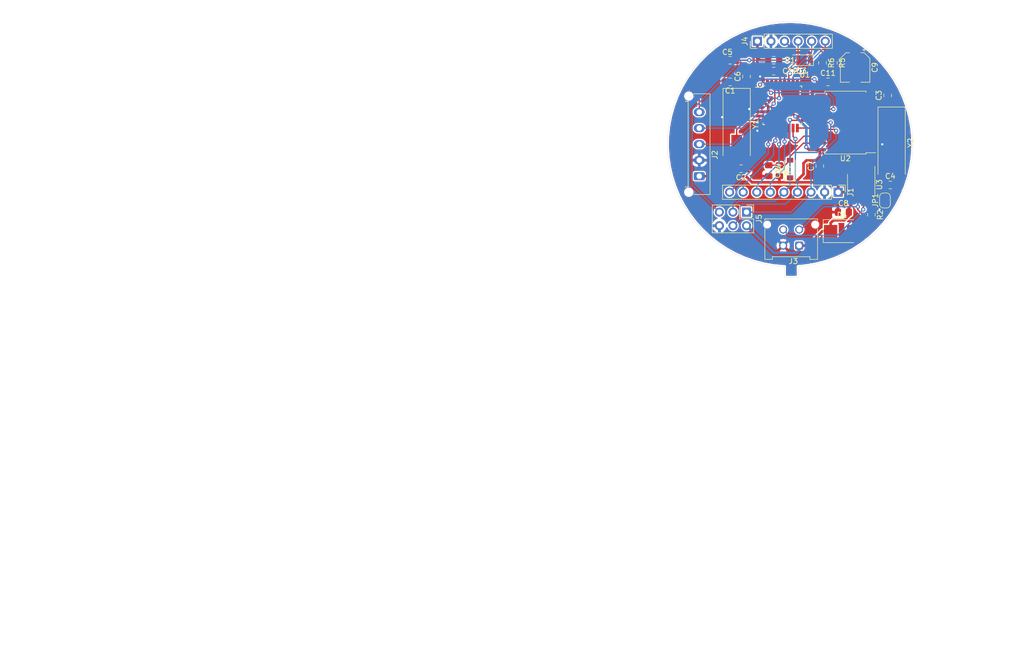
<source format=kicad_pcb>
(kicad_pcb (version 20171130) (host pcbnew "(5.1.6-0-10_14)")
  (layers (0 F.Cu signal) (31 B.Cu signal) (34 B.Paste user) (35 F.Paste user) (36 B.SilkS user) (37 F.SilkS user) (38 B.Mask user) (39 F.Mask user) (44 Edge.Cuts user))
  (net 0 "")
  (net 1 "Net-(U2-Pad2)")
  (net 2 "Net-(U2-Pad1)")
  (net 3 "Net-(C1-Pad2)")
  (net 4 GND)
  (net 5 "Net-(C2-Pad2)")
  (net 6 "Net-(C3-Pad1)")
  (net 7 "Net-(C4-Pad1)")
  (net 8 D6)
  (net 9 D7)
  (net 10 SCK)
  (net 11 MOSI)
  (net 12 MISO)
  (net 13 +5V)
  (net 14 CAN_H)
  (net 15 "Net-(JP1-Pad1)")
  (net 16 RESET)
  (net 17 CAN_L)
  (net 18 D2)
  (net 19 TXD)
  (net 20 RXD)
  (net 21 SCL)
  (net 22 SDA)
  (net 23 A3)
  (net 24 SS)
  (net 25 D9)
  (net 26 D8)
  (net 27 D3)
  (net 28 "Net-(C5-Pad1)")
  (net 29 KEY)
  (net 30 "Net-(C14-Pad1)")
  (module Diode_SMD:D_SMB (layer F.Cu) (at 166.742 108.204)
    (fp_text reference D1 (at 0 -3) (layer F.SilkS))
    (fp_text value D_TVS)
    (pad 2 smd rect (at 2.15 0) (size 2.5 2.3) (layers F.Cu F.Paste F.Mask) (net 4 GND))
    (pad 1 smd rect (at -2.15 0) (size 2.5 2.3) (layers F.Cu F.Paste F.Mask) (net 13 +5V))
  )
  (module Capacitor_SMD:CP_Elec_5x3.9 (layer F.Cu) (at 169.164 77.556 270)
    (fp_text reference C9 (at 0 -3.7 90) (layer F.SilkS))
    (fp_text value CP)
    (pad 2 smd roundrect (at 2.2 0 270) (size 3 1.6) (layers F.Cu F.Paste F.Mask) (roundrect_rratio 0.15625) (net 4 GND))
    (pad 1 smd roundrect (at -2.2 0 270) (size 3 1.6) (layers F.Cu F.Paste F.Mask) (roundrect_rratio 0.15625) (net 13 +5V))
  )
  (module Connector_PinHeader_2.54mm:PinHeader_2x03_P2.54mm_Vertical (layer F.Cu) (at 148.844 104.648 270)
    (fp_text reference J5 (at 1.27 -2.33 90) (layer F.SilkS))
    (fp_text value AVR-ISP-6)
    (pad 6 thru_hole oval (at 2.54 5.08 270) (size 1.7 1.7) (drill 1) (layers *.Cu *.Mask) (net 4 GND))
    (pad 5 thru_hole oval (at 0 5.08 270) (size 1.7 1.7) (drill 1) (layers *.Cu *.Mask) (net 16 RESET))
    (pad 4 thru_hole oval (at 2.54 2.54 270) (size 1.7 1.7) (drill 1) (layers *.Cu *.Mask) (net 11 MOSI))
    (pad 3 thru_hole oval (at 0 2.54 270) (size 1.7 1.7) (drill 1) (layers *.Cu *.Mask) (net 10 SCK))
    (pad 2 thru_hole oval (at 2.54 0 270) (size 1.7 1.7) (drill 1) (layers *.Cu *.Mask) (net 13 +5V))
    (pad 1 thru_hole rect (at 0 0 270) (size 1.7 1.7) (drill 1) (layers *.Cu *.Mask) (net 12 MISO))
  )
  (module Connector_PinHeader_2.54mm:PinHeader_1x06_P2.54mm_Vertical (layer F.Cu) (at 150.876 72.644 90)
    (fp_text reference J4 (at 0 -2.33 90) (layer F.SilkS))
    (fp_text value Conn_01x06)
    (pad 6 thru_hole oval (at 0 12.7 90) (size 1.7 1.7) (drill 1) (layers *.Cu *.Mask) (net 23 A3))
    (pad 5 thru_hole oval (at 0 10.16 90) (size 1.7 1.7) (drill 1) (layers *.Cu *.Mask) (net 21 SCL))
    (pad 4 thru_hole oval (at 0 7.62 90) (size 1.7 1.7) (drill 1) (layers *.Cu *.Mask) (net 22 SDA))
    (pad 3 thru_hole oval (at 0 5.08 90) (size 1.7 1.7) (drill 1) (layers *.Cu *.Mask) (net 29 KEY))
    (pad 2 thru_hole oval (at 0 2.54 90) (size 1.7 1.7) (drill 1) (layers *.Cu *.Mask) (net 4 GND))
    (pad 1 thru_hole rect (at 0 0 90) (size 1.7 1.7) (drill 1) (layers *.Cu *.Mask) (net 13 +5V))
  )
  (module Connector_PinHeader_2.54mm:PinHeader_1x09_P2.54mm_Vertical (layer F.Cu) (at 166 100.92 270)
    (fp_text reference J1 (at 0 -2.33 90) (layer F.SilkS))
    (fp_text value Conn_01x09)
    (pad 9 thru_hole oval (at 0 20.32 270) (size 1.7 1.7) (drill 1) (layers *.Cu *.Mask) (net 8 D6))
    (pad 8 thru_hole oval (at 0 17.78 270) (size 1.7 1.7) (drill 1) (layers *.Cu *.Mask) (net 9 D7))
    (pad 7 thru_hole oval (at 0 15.24 270) (size 1.7 1.7) (drill 1) (layers *.Cu *.Mask) (net 26 D8))
    (pad 6 thru_hole oval (at 0 12.7 270) (size 1.7 1.7) (drill 1) (layers *.Cu *.Mask) (net 25 D9))
    (pad 5 thru_hole oval (at 0 10.16 270) (size 1.7 1.7) (drill 1) (layers *.Cu *.Mask) (net 10 SCK))
    (pad 4 thru_hole oval (at 0 7.62 270) (size 1.7 1.7) (drill 1) (layers *.Cu *.Mask) (net 11 MOSI))
    (pad 3 thru_hole oval (at 0 5.08 270) (size 1.7 1.7) (drill 1) (layers *.Cu *.Mask) (net 12 MISO))
    (pad 2 thru_hole oval (at 0 2.54 270) (size 1.7 1.7) (drill 1) (layers *.Cu *.Mask) (net 4 GND))
    (pad 1 thru_hole rect (at 0 0 270) (size 1.7 1.7) (drill 1) (layers *.Cu *.Mask) (net 13 +5V))
  )
  (module Resistor_SMD:R_0805_2012Metric_Pad1.15x1.40mm_HandSolder (layer F.Cu) (at 163.068 76.699 270)
    (fp_text reference R6 (at 0 -1.65 90) (layer F.SilkS))
    (fp_text value 1k)
    (pad 2 smd roundrect (at 1.025 0 270) (size 1.15 1.4) (layers F.Cu F.Paste F.Mask) (roundrect_rratio 0.217391) (net 13 +5V))
    (pad 1 smd roundrect (at -1.025 0 270) (size 1.15 1.4) (layers F.Cu F.Paste F.Mask) (roundrect_rratio 0.217391) (net 29 KEY))
  )
  (module Resistor_SMD:R_0805_2012Metric_Pad1.15x1.40mm_HandSolder (layer F.Cu) (at 165.1 76.699 270)
    (fp_text reference R5 (at 0 -1.65 90) (layer F.SilkS))
    (fp_text value 10k)
    (pad 2 smd roundrect (at 1.025 0 270) (size 1.15 1.4) (layers F.Cu F.Paste F.Mask) (roundrect_rratio 0.217391) (net 27 D3))
    (pad 1 smd roundrect (at -1.025 0 270) (size 1.15 1.4) (layers F.Cu F.Paste F.Mask) (roundrect_rratio 0.217391) (net 29 KEY))
  )
  (module Resistor_SMD:R_0805_2012Metric_Pad1.15x1.40mm_HandSolder (layer F.Cu) (at 155 96.895 270)
    (fp_text reference R4 (at 0 -1.65 90) (layer F.SilkS))
    (fp_text value 10k)
    (pad 2 smd roundrect (at 1.025 0 270) (size 1.15 1.4) (layers F.Cu F.Paste F.Mask) (roundrect_rratio 0.217391) (net 13 +5V))
    (pad 1 smd roundrect (at -1.025 0 270) (size 1.15 1.4) (layers F.Cu F.Paste F.Mask) (roundrect_rratio 0.217391) (net 30 "Net-(C14-Pad1)"))
  )
  (module Resistor_SMD:R_0805_2012Metric_Pad1.15x1.40mm_HandSolder (layer F.Cu) (at 172.212 105.147 270)
    (fp_text reference R2 (at 0 -1.65 90) (layer F.SilkS))
    (fp_text value 120)
    (pad 2 smd roundrect (at 1.025 0 270) (size 1.15 1.4) (layers F.Cu F.Paste F.Mask) (roundrect_rratio 0.217391) (net 15 "Net-(JP1-Pad1)"))
    (pad 1 smd roundrect (at -1.025 0 270) (size 1.15 1.4) (layers F.Cu F.Paste F.Mask) (roundrect_rratio 0.217391) (net 17 CAN_L))
  )
  (module Resistor_SMD:R_0805_2012Metric_Pad1.15x1.40mm_HandSolder (layer F.Cu) (at 153.933 76.2)
    (fp_text reference R1 (at 3.057 0) (layer F.SilkS))
    (fp_text value 10k)
    (pad 2 smd roundrect (at 1.025 0) (size 1.15 1.4) (layers F.Cu F.Paste F.Mask) (roundrect_rratio 0.217391) (net 16 RESET))
    (pad 1 smd roundrect (at -1.025 0) (size 1.15 1.4) (layers F.Cu F.Paste F.Mask) (roundrect_rratio 0.217391) (net 13 +5V))
  )
  (module Jumper:SolderJumper-2_P1.3mm_Open_RoundedPad1.0x1.5mm (layer F.Cu) (at 174.752 102.474 90)
    (fp_text reference JP1 (at 0 -1.8 90) (layer F.SilkS))
    (fp_text value Jumper_NC_Small)
    (pad 2 smd custom (at 0.65 0 90) (size 1 0.5) (layers F.Cu F.Mask) (net 14 CAN_H) (options (clearance outline) (anchor rect)) (primitives (gr_circle (center 0 0.25) (end 0.5 0.25) (width 0)) (gr_circle (center 0 -0.25) (end 0.5 -0.25) (width 0)) (gr_poly (pts (xy 0 -0.75) (xy -0.5 -0.75) (xy -0.5 0.75) (xy 0 0.75)) (width 0))))
    (pad 1 smd custom (at -0.65 0 90) (size 1 0.5) (layers F.Cu F.Mask) (net 15 "Net-(JP1-Pad1)") (options (clearance outline) (anchor rect)) (primitives (gr_circle (center 0 0.25) (end 0.5 0.25) (width 0)) (gr_circle (center 0 -0.25) (end 0.5 -0.25) (width 0)) (gr_poly (pts (xy 0 -0.75) (xy 0.5 -0.75) (xy 0.5 0.75) (xy 0 0.75)) (width 0))))
  )
  (module Diode_SMD:D_SOD-123 (layer F.Cu) (at 157 96.57 90)
    (fp_text reference D4 (at 0 -2 90) (layer F.SilkS))
    (fp_text value 1N5818)
    (pad 2 smd rect (at 1.65 0 90) (size 0.9 1.2) (layers F.Cu F.Paste F.Mask) (net 30 "Net-(C14-Pad1)"))
    (pad 1 smd rect (at -1.65 0 90) (size 0.9 1.2) (layers F.Cu F.Paste F.Mask) (net 13 +5V))
  )
  (module Diode_SMD:D_SOD-123 (layer F.Cu) (at 159.13 76.2 180)
    (fp_text reference D3 (at 0 -2) (layer F.SilkS))
    (fp_text value 1N5818)
    (pad 2 smd rect (at 1.65 0 180) (size 0.9 1.2) (layers F.Cu F.Paste F.Mask) (net 16 RESET))
    (pad 1 smd rect (at -1.65 0 180) (size 0.9 1.2) (layers F.Cu F.Paste F.Mask) (net 13 +5V))
  )
  (module Capacitor_SMD:C_0805_2012Metric_Pad1.15x1.40mm_HandSolder (layer F.Cu) (at 153 96.895 270)
    (fp_text reference C14 (at 0 -1.65 90) (layer F.SilkS))
    (fp_text value 4.7nF)
    (pad 2 smd roundrect (at 1.025 0 270) (size 1.15 1.4) (layers F.Cu F.Paste F.Mask) (roundrect_rratio 0.217391) (net 4 GND))
    (pad 1 smd roundrect (at -1.025 0 270) (size 1.15 1.4) (layers F.Cu F.Paste F.Mask) (roundrect_rratio 0.217391) (net 30 "Net-(C14-Pad1)"))
  )
  (module Capacitor_SMD:C_0805_2012Metric_Pad1.15x1.40mm_HandSolder (layer F.Cu) (at 153.933 78.232)
    (fp_text reference C12 (at 3.057 0) (layer F.SilkS))
    (fp_text value 4.7nF)
    (pad 2 smd roundrect (at 1.025 0) (size 1.15 1.4) (layers F.Cu F.Paste F.Mask) (roundrect_rratio 0.217391) (net 16 RESET))
    (pad 1 smd roundrect (at -1.025 0) (size 1.15 1.4) (layers F.Cu F.Paste F.Mask) (roundrect_rratio 0.217391) (net 4 GND))
  )
  (module Capacitor_SMD:C_0805_2012Metric_Pad1.15x1.40mm_HandSolder (layer F.Cu) (at 164.093 80.264)
    (fp_text reference C11 (at 0 -1.65) (layer F.SilkS))
    (fp_text value 100n)
    (pad 2 smd roundrect (at 1.025 0) (size 1.15 1.4) (layers F.Cu F.Paste F.Mask) (roundrect_rratio 0.217391) (net 4 GND))
    (pad 1 smd roundrect (at -1.025 0) (size 1.15 1.4) (layers F.Cu F.Paste F.Mask) (roundrect_rratio 0.217391) (net 27 D3))
  )
  (module Capacitor_SMD:C_0805_2012Metric_Pad1.15x1.40mm_HandSolder (layer F.Cu) (at 166.975 104.648)
    (fp_text reference C8 (at 0 -1.65) (layer F.SilkS))
    (fp_text value 100n)
    (pad 2 smd roundrect (at 1.025 0) (size 1.15 1.4) (layers F.Cu F.Paste F.Mask) (roundrect_rratio 0.217391) (net 13 +5V))
    (pad 1 smd roundrect (at -1.025 0) (size 1.15 1.4) (layers F.Cu F.Paste F.Mask) (roundrect_rratio 0.217391) (net 4 GND))
  )
  (module Capacitor_SMD:C_0805_2012Metric_Pad1.15x1.40mm_HandSolder (layer F.Cu) (at 162.56 96.003 90)
    (fp_text reference C7 (at 0 -1.65 90) (layer F.SilkS))
    (fp_text value 100n)
    (pad 2 smd roundrect (at 1.025 0 90) (size 1.15 1.4) (layers F.Cu F.Paste F.Mask) (roundrect_rratio 0.217391) (net 13 +5V))
    (pad 1 smd roundrect (at -1.025 0 90) (size 1.15 1.4) (layers F.Cu F.Paste F.Mask) (roundrect_rratio 0.217391) (net 4 GND))
  )
  (module Capacitor_SMD:C_0805_2012Metric_Pad1.15x1.40mm_HandSolder (layer F.Cu) (at 148.844 79.239 90)
    (fp_text reference C6 (at 0 -1.65 90) (layer F.SilkS))
    (fp_text value 100n)
    (pad 2 smd roundrect (at 1.025 0 90) (size 1.15 1.4) (layers F.Cu F.Paste F.Mask) (roundrect_rratio 0.217391) (net 4 GND))
    (pad 1 smd roundrect (at -1.025 0 90) (size 1.15 1.4) (layers F.Cu F.Paste F.Mask) (roundrect_rratio 0.217391) (net 13 +5V))
  )
  (module Capacitor_SMD:C_0805_2012Metric_Pad1.15x1.40mm_HandSolder (layer F.Cu) (at 145.787 76.2)
    (fp_text reference C5 (at -0.517 -1.524) (layer F.SilkS))
    (fp_text value 100n)
    (pad 2 smd roundrect (at 1.025 0) (size 1.15 1.4) (layers F.Cu F.Paste F.Mask) (roundrect_rratio 0.217391) (net 16 RESET))
    (pad 1 smd roundrect (at -1.025 0) (size 1.15 1.4) (layers F.Cu F.Paste F.Mask) (roundrect_rratio 0.217391) (net 28 "Net-(C5-Pad1)"))
  )
  (module Capacitor_SMD:C_0805_2012Metric_Pad1.15x1.40mm_HandSolder (layer F.Cu) (at 175.759 99.568)
    (fp_text reference C4 (at 0 -1.65) (layer F.SilkS))
    (fp_text value 22p)
    (pad 2 smd roundrect (at 1.025 0) (size 1.15 1.4) (layers F.Cu F.Paste F.Mask) (roundrect_rratio 0.217391) (net 4 GND))
    (pad 1 smd roundrect (at -1.025 0) (size 1.15 1.4) (layers F.Cu F.Paste F.Mask) (roundrect_rratio 0.217391) (net 7 "Net-(C4-Pad1)"))
  )
  (module Capacitor_SMD:C_0805_2012Metric_Pad1.15x1.40mm_HandSolder (layer F.Cu) (at 175.26 82.795 90)
    (fp_text reference C3 (at 0 -1.65 90) (layer F.SilkS))
    (fp_text value 22p)
    (pad 2 smd roundrect (at 1.025 0 90) (size 1.15 1.4) (layers F.Cu F.Paste F.Mask) (roundrect_rratio 0.217391) (net 4 GND))
    (pad 1 smd roundrect (at -1.025 0 90) (size 1.15 1.4) (layers F.Cu F.Paste F.Mask) (roundrect_rratio 0.217391) (net 6 "Net-(C3-Pad1)"))
  )
  (module Capacitor_SMD:C_0805_2012Metric_Pad1.15x1.40mm_HandSolder (layer F.Cu) (at 147.819 96.52 180)
    (fp_text reference C2 (at 0 -1.65) (layer F.SilkS))
    (fp_text value 22p)
    (pad 2 smd roundrect (at 1.025 0 180) (size 1.15 1.4) (layers F.Cu F.Paste F.Mask) (roundrect_rratio 0.217391) (net 5 "Net-(C2-Pad2)"))
    (pad 1 smd roundrect (at -1.025 0 180) (size 1.15 1.4) (layers F.Cu F.Paste F.Mask) (roundrect_rratio 0.217391) (net 4 GND))
  )
  (module Capacitor_SMD:C_0805_2012Metric_Pad1.15x1.40mm_HandSolder (layer F.Cu) (at 145.787 80.264 180)
    (fp_text reference C1 (at 0 -1.65) (layer F.SilkS))
    (fp_text value 22p)
    (pad 2 smd roundrect (at 1.025 0 180) (size 1.15 1.4) (layers F.Cu F.Paste F.Mask) (roundrect_rratio 0.217391) (net 3 "Net-(C1-Pad2)"))
    (pad 1 smd roundrect (at -1.025 0 180) (size 1.15 1.4) (layers F.Cu F.Paste F.Mask) (roundrect_rratio 0.217391) (net 4 GND))
  )
  (module Package_SO:SOIC-8_3.9x4.9mm_P1.27mm (layer F.Cu) (at 170.307 99.503 270)
    (fp_text reference U3 (at 0 -3.4 90) (layer F.SilkS))
    (fp_text value MCP2562-E-SN)
    (pad 8 smd roundrect (at 2.475 -1.905 270) (size 1.95 0.6) (layers F.Cu F.Paste F.Mask) (net 4 GND))
    (pad 7 smd roundrect (at 2.475 -0.635 270) (size 1.95 0.6) (layers F.Cu F.Paste F.Mask) (net 14 CAN_H))
    (pad 6 smd roundrect (at 2.475 0.635 270) (size 1.95 0.6) (layers F.Cu F.Paste F.Mask) (net 17 CAN_L))
    (pad 5 smd roundrect (at 2.475 1.905 270) (size 1.95 0.6) (layers F.Cu F.Paste F.Mask) (net 13 +5V))
    (pad 4 smd roundrect (at -2.475 1.905 270) (size 1.95 0.6) (layers F.Cu F.Paste F.Mask) (net 1 "Net-(U2-Pad2)"))
    (pad 3 smd roundrect (at -2.475 0.635 270) (size 1.95 0.6) (layers F.Cu F.Paste F.Mask) (net 13 +5V))
    (pad 2 smd roundrect (at -2.475 -0.635 270) (size 1.95 0.6) (layers F.Cu F.Paste F.Mask) (net 4 GND))
    (pad 1 smd roundrect (at -2.475 -1.905 270) (size 1.95 0.6) (layers F.Cu F.Paste F.Mask) (net 2 "Net-(U2-Pad1)"))
  )
  (module Package_SO:SOIC-18W_7.5x11.6mm_P1.27mm (layer F.Cu) (at 167.35 87.884 180)
    (fp_text reference U2 (at 0 -6.72) (layer F.SilkS))
    (fp_text value MCP2515-xSO)
    (pad 18 smd roundrect (at 4.65 -5.08 180) (size 2.05 0.6) (layers F.Cu F.Paste F.Mask) (net 13 +5V))
    (pad 17 smd roundrect (at 4.65 -3.81 180) (size 2.05 0.6) (layers F.Cu F.Paste F.Mask) (net 30 "Net-(C14-Pad1)"))
    (pad 16 smd roundrect (at 4.65 -2.54 180) (size 2.05 0.6) (layers F.Cu F.Paste F.Mask) (net 24 SS))
    (pad 15 smd roundrect (at 4.65 -1.27 180) (size 2.05 0.6) (layers F.Cu F.Paste F.Mask) (net 12 MISO))
    (pad 14 smd roundrect (at 4.65 0 180) (size 2.05 0.6) (layers F.Cu F.Paste F.Mask) (net 11 MOSI))
    (pad 13 smd roundrect (at 4.65 1.27 180) (size 2.05 0.6) (layers F.Cu F.Paste F.Mask) (net 10 SCK))
    (pad 12 smd roundrect (at 4.65 2.54 180) (size 2.05 0.6) (layers F.Cu F.Paste F.Mask) (net 18 D2))
    (pad 11 smd roundrect (at 4.65 3.81 180) (size 2.05 0.6) (layers F.Cu F.Paste F.Mask))
    (pad 10 smd roundrect (at 4.65 5.08 180) (size 2.05 0.6) (layers F.Cu F.Paste F.Mask))
    (pad 9 smd roundrect (at -4.65 5.08 180) (size 2.05 0.6) (layers F.Cu F.Paste F.Mask) (net 4 GND))
    (pad 8 smd roundrect (at -4.65 3.81 180) (size 2.05 0.6) (layers F.Cu F.Paste F.Mask) (net 6 "Net-(C3-Pad1)"))
    (pad 7 smd roundrect (at -4.65 2.54 180) (size 2.05 0.6) (layers F.Cu F.Paste F.Mask) (net 7 "Net-(C4-Pad1)"))
    (pad 6 smd roundrect (at -4.65 1.27 180) (size 2.05 0.6) (layers F.Cu F.Paste F.Mask))
    (pad 5 smd roundrect (at -4.65 0 180) (size 2.05 0.6) (layers F.Cu F.Paste F.Mask))
    (pad 4 smd roundrect (at -4.65 -1.27 180) (size 2.05 0.6) (layers F.Cu F.Paste F.Mask))
    (pad 3 smd roundrect (at -4.65 -2.54 180) (size 2.05 0.6) (layers F.Cu F.Paste F.Mask))
    (pad 2 smd roundrect (at -4.65 -3.81 180) (size 2.05 0.6) (layers F.Cu F.Paste F.Mask) (net 1 "Net-(U2-Pad2)"))
    (pad 1 smd roundrect (at -4.65 -5.08 180) (size 2.05 0.6) (layers F.Cu F.Paste F.Mask) (net 2 "Net-(U2-Pad1)"))
  )
  (module Connector_Molex:Molex_Micro-Fit_3.0_43045-0412_2x02_P3.00mm_Vertical (layer F.Cu) (at 158.702 110.92 180)
    (fp_text reference J3 (at 1.095 -2.921) (layer F.SilkS))
    (fp_text value CAN)
    (pad 4 thru_hole circle (at 3 3 180) (size 1.5 1.5) (drill 1) (layers *.Cu *.Mask) (net 14 CAN_H))
    (pad 3 thru_hole circle (at 0 3 180) (size 1.5 1.5) (drill 1) (layers *.Cu *.Mask) (net 17 CAN_L))
    (pad 2 thru_hole circle (at 3 0 180) (size 1.5 1.5) (drill 1) (layers *.Cu *.Mask) (net 4 GND))
    (pad 1 thru_hole roundrect (at 0 0 180) (size 1.5 1.5) (drill 1) (layers *.Cu *.Mask) (roundrect_rratio 0.166667) (net 13 +5V))
    (pad "" np_thru_hole circle (at 6 3.94 180) (size 1 1) (drill 1) (layers *.Cu *.Mask))
    (pad "" np_thru_hole circle (at -3 3.94 180) (size 1 1) (drill 1) (layers *.Cu *.Mask))
  )
  (module Connector_Molex:Molex_Micro-Fit_3.0_43650-0515_1x05_P3.00mm_Vertical (layer F.Cu) (at 140 97.92 90)
    (fp_text reference J2 (at 3.999 2.921 90) (layer F.SilkS))
    (fp_text value Prog/Serial)
    (pad 5 thru_hole oval (at 12 0 90) (size 1.5 2.02) (drill 1.02) (layers *.Cu *.Mask) (net 28 "Net-(C5-Pad1)"))
    (pad 4 thru_hole oval (at 9 0 90) (size 1.5 2.02) (drill 1.02) (layers *.Cu *.Mask) (net 20 RXD))
    (pad 3 thru_hole oval (at 6 0 90) (size 1.5 2.02) (drill 1.02) (layers *.Cu *.Mask) (net 19 TXD))
    (pad 2 thru_hole oval (at 3 0 90) (size 1.5 2.02) (drill 1.02) (layers *.Cu *.Mask) (net 4 GND))
    (pad 1 thru_hole roundrect (at 0 0 90) (size 1.5 2.02) (drill 1.02) (layers *.Cu *.Mask) (roundrect_rratio 0.166667) (net 13 +5V))
    (pad "" np_thru_hole circle (at 15 -1.96 90) (size 1.27 1.27) (drill 1.27) (layers *.Cu *.Mask))
    (pad "" np_thru_hole circle (at -3 -1.96 90) (size 1.27 1.27) (drill 1.27) (layers *.Cu *.Mask))
  )
  (module Package_QFP:TQFP-32_7x7mm_P0.8mm (layer F.Cu) (at 155.556 84.65)
    (fp_text reference U1 (at 4.191 -5.715) (layer F.SilkS))
    (fp_text value ATmega328P-AU)
    (pad 32 smd rect (at -2.8 -4.25 90) (size 1.6 0.55) (layers F.Cu F.Paste F.Mask) (net 18 D2))
    (pad 31 smd rect (at -2 -4.25 90) (size 1.6 0.55) (layers F.Cu F.Paste F.Mask) (net 19 TXD))
    (pad 30 smd rect (at -1.2 -4.25 90) (size 1.6 0.55) (layers F.Cu F.Paste F.Mask) (net 20 RXD))
    (pad 29 smd rect (at -0.4 -4.25 90) (size 1.6 0.55) (layers F.Cu F.Paste F.Mask) (net 16 RESET))
    (pad 28 smd rect (at 0.4 -4.25 90) (size 1.6 0.55) (layers F.Cu F.Paste F.Mask) (net 21 SCL))
    (pad 27 smd rect (at 1.2 -4.25 90) (size 1.6 0.55) (layers F.Cu F.Paste F.Mask) (net 22 SDA))
    (pad 26 smd rect (at 2 -4.25 90) (size 1.6 0.55) (layers F.Cu F.Paste F.Mask) (net 23 A3))
    (pad 25 smd rect (at 2.8 -4.25 90) (size 1.6 0.55) (layers F.Cu F.Paste F.Mask))
    (pad 24 smd rect (at 4.25 -2.8) (size 1.6 0.55) (layers F.Cu F.Paste F.Mask))
    (pad 23 smd rect (at 4.25 -2) (size 1.6 0.55) (layers F.Cu F.Paste F.Mask))
    (pad 22 smd rect (at 4.25 -1.2) (size 1.6 0.55) (layers F.Cu F.Paste F.Mask))
    (pad 21 smd rect (at 4.25 -0.4) (size 1.6 0.55) (layers F.Cu F.Paste F.Mask) (net 4 GND))
    (pad 20 smd rect (at 4.25 0.4) (size 1.6 0.55) (layers F.Cu F.Paste F.Mask))
    (pad 19 smd rect (at 4.25 1.2) (size 1.6 0.55) (layers F.Cu F.Paste F.Mask))
    (pad 18 smd rect (at 4.25 2) (size 1.6 0.55) (layers F.Cu F.Paste F.Mask) (net 13 +5V))
    (pad 17 smd rect (at 4.25 2.8) (size 1.6 0.55) (layers F.Cu F.Paste F.Mask) (net 10 SCK))
    (pad 16 smd rect (at 2.8 4.25 90) (size 1.6 0.55) (layers F.Cu F.Paste F.Mask) (net 12 MISO))
    (pad 15 smd rect (at 2 4.25 90) (size 1.6 0.55) (layers F.Cu F.Paste F.Mask) (net 11 MOSI))
    (pad 14 smd rect (at 1.2 4.25 90) (size 1.6 0.55) (layers F.Cu F.Paste F.Mask) (net 24 SS))
    (pad 13 smd rect (at 0.4 4.25 90) (size 1.6 0.55) (layers F.Cu F.Paste F.Mask) (net 25 D9))
    (pad 12 smd rect (at -0.4 4.25 90) (size 1.6 0.55) (layers F.Cu F.Paste F.Mask) (net 26 D8))
    (pad 11 smd rect (at -1.2 4.25 90) (size 1.6 0.55) (layers F.Cu F.Paste F.Mask) (net 9 D7))
    (pad 10 smd rect (at -2 4.25 90) (size 1.6 0.55) (layers F.Cu F.Paste F.Mask) (net 8 D6))
    (pad 9 smd rect (at -2.8 4.25 90) (size 1.6 0.55) (layers F.Cu F.Paste F.Mask))
    (pad 8 smd rect (at -4.25 2.8) (size 1.6 0.55) (layers F.Cu F.Paste F.Mask) (net 5 "Net-(C2-Pad2)"))
    (pad 7 smd rect (at -4.25 2) (size 1.6 0.55) (layers F.Cu F.Paste F.Mask) (net 3 "Net-(C1-Pad2)"))
    (pad 6 smd rect (at -4.25 1.2) (size 1.6 0.55) (layers F.Cu F.Paste F.Mask) (net 13 +5V))
    (pad 5 smd rect (at -4.25 0.4) (size 1.6 0.55) (layers F.Cu F.Paste F.Mask) (net 4 GND))
    (pad 4 smd rect (at -4.25 -0.4) (size 1.6 0.55) (layers F.Cu F.Paste F.Mask) (net 13 +5V))
    (pad 3 smd rect (at -4.25 -1.2) (size 1.6 0.55) (layers F.Cu F.Paste F.Mask) (net 4 GND))
    (pad 2 smd rect (at -4.25 -2) (size 1.6 0.55) (layers F.Cu F.Paste F.Mask))
    (pad 1 smd rect (at -4.25 -2.8) (size 1.6 0.55) (layers F.Cu F.Paste F.Mask) (net 27 D3))
  )
  (module Crystal:Crystal_SMD_HC49-SD (layer F.Cu) (at 147 88.17 270)
    (fp_text reference Y1 (at 0 -3.55 90) (layer F.SilkS))
    (fp_text value 16MHz)
    (pad 2 smd rect (at 4.25 0 270) (size 4.5 2) (layers F.Cu F.Paste F.Mask) (net 5 "Net-(C2-Pad2)"))
    (pad 1 smd rect (at -4.25 0 270) (size 4.5 2) (layers F.Cu F.Paste F.Mask) (net 3 "Net-(C1-Pad2)"))
  )
  (module Crystal:Crystal_SMD_HC49-SD (layer F.Cu) (at 176 91.67 270)
    (fp_text reference Y2 (at 0 -3.55 90) (layer F.SilkS))
    (fp_text value 16MHz)
    (pad 2 smd rect (at 4.25 0 270) (size 4.5 2) (layers F.Cu F.Paste F.Mask) (net 7 "Net-(C4-Pad1)"))
    (pad 1 smd rect (at -4.25 0 270) (size 4.5 2) (layers F.Cu F.Paste F.Mask) (net 6 "Net-(C3-Pad1)"))
  )
  (gr_arc (start 157 91.92) (end 158.495999 114.807999) (angle -353.64872) (layer Edge.Cuts) (width 0.05))
  (gr_line (start 158.496 116.84) (end 158.496 114.808) (layer Edge.Cuts) (width 0.05))
  (gr_line (start 155.956 116.84) (end 158.496 116.84) (layer Edge.Cuts) (width 0.05))
  (gr_line (start 155.956 114.808) (end 155.956 116.84) (layer Edge.Cuts) (width 0.05))
  (segment (start 172 91.694) (end 171.45 91.694) (width 0.25) (layer F.Cu) (net 1))
  (segment (start 168.402 94.742) (end 168.402 97.028) (width 0.25) (layer F.Cu) (net 1))
  (segment (start 171.45 91.694) (end 168.402 94.742) (width 0.25) (layer F.Cu) (net 1))
  (segment (start 172 92.964) (end 172 94.276) (width 0.25) (layer F.Cu) (net 2))
  (segment (start 172.212 94.488) (end 172.212 97.028) (width 0.25) (layer F.Cu) (net 2))
  (segment (start 172 94.276) (end 172.212 94.488) (width 0.25) (layer F.Cu) (net 2))
  (segment (start 151.306 86.65) (end 147.61 86.65) (width 0.25) (layer F.Cu) (net 3))
  (segment (start 147 86.04) (end 147 83.92) (width 0.25) (layer F.Cu) (net 3))
  (segment (start 147.61 86.65) (end 147 86.04) (width 0.25) (layer F.Cu) (net 3))
  (segment (start 144.762 80.264) (end 144.762 83.294) (width 0.25) (layer F.Cu) (net 3))
  (segment (start 145.388 83.92) (end 147 83.92) (width 0.25) (layer F.Cu) (net 3))
  (segment (start 144.762 83.294) (end 145.388 83.92) (width 0.25) (layer F.Cu) (net 3))
  (via (at 152.908 83.312) (size 0.8) (drill 0.4) (layers F.Cu B.Cu) (net 4))
  (via (at 151.384 79.248) (size 0.8) (drill 0.4) (layers F.Cu B.Cu) (net 4))
  (via (at 173.736 104.14) (size 0.8) (drill 0.4) (layers F.Cu B.Cu) (net 4))
  (via (at 174.244 91.948) (size 0.8) (drill 0.4) (layers F.Cu B.Cu) (net 4))
  (via (at 149.352 85.344) (size 0.8) (drill 0.4) (layers F.Cu B.Cu) (net 4))
  (via (at 150.876 89.408) (size 0.8) (drill 0.4) (layers F.Cu B.Cu) (net 4))
  (via (at 144.272 86.868) (size 0.8) (drill 0.4) (layers F.Cu B.Cu) (net 4))
  (segment (start 151.306 87.45) (end 148.77 87.45) (width 0.25) (layer F.Cu) (net 5))
  (segment (start 147 89.22) (end 147 92.42) (width 0.25) (layer F.Cu) (net 5))
  (segment (start 148.77 87.45) (end 147 89.22) (width 0.25) (layer F.Cu) (net 5))
  (segment (start 146.794 92.626) (end 147 92.42) (width 0.25) (layer F.Cu) (net 5))
  (segment (start 146.794 96.52) (end 146.794 92.626) (width 0.25) (layer F.Cu) (net 5))
  (segment (start 172 84.074) (end 173.99 84.074) (width 0.25) (layer F.Cu) (net 6))
  (segment (start 174.244 83.82) (end 175.26 83.82) (width 0.25) (layer F.Cu) (net 6))
  (segment (start 173.99 84.074) (end 174.244 83.82) (width 0.25) (layer F.Cu) (net 6))
  (segment (start 176 87.42) (end 176 85.576) (width 0.25) (layer F.Cu) (net 6))
  (segment (start 175.26 84.836) (end 175.26 83.82) (width 0.25) (layer F.Cu) (net 6))
  (segment (start 176 85.576) (end 175.26 84.836) (width 0.25) (layer F.Cu) (net 6))
  (segment (start 172 85.344) (end 173.736 85.344) (width 0.25) (layer F.Cu) (net 7))
  (segment (start 174.674999 86.282999) (end 174.674999 90.346999) (width 0.25) (layer F.Cu) (net 7))
  (segment (start 173.736 85.344) (end 174.674999 86.282999) (width 0.25) (layer F.Cu) (net 7))
  (segment (start 176 91.672) (end 176 95.92) (width 0.25) (layer F.Cu) (net 7))
  (segment (start 174.674999 90.346999) (end 176 91.672) (width 0.25) (layer F.Cu) (net 7))
  (segment (start 174.734 99.568) (end 175.26 99.568) (width 0.25) (layer F.Cu) (net 7))
  (segment (start 175.26 99.568) (end 175.768 99.06) (width 0.25) (layer F.Cu) (net 7))
  (segment (start 175.768 96.152) (end 176 95.92) (width 0.25) (layer F.Cu) (net 7))
  (segment (start 175.768 99.06) (end 175.768 96.152) (width 0.25) (layer F.Cu) (net 7))
  (segment (start 145.68 100.92) (end 152.908 93.692) (width 0.25) (layer B.Cu) (net 8))
  (via (at 152.908 91.948) (size 0.8) (drill 0.4) (layers F.Cu B.Cu) (net 8))
  (segment (start 152.908 93.692) (end 152.908 91.948) (width 0.25) (layer B.Cu) (net 8))
  (segment (start 153.556 88.9) (end 153.556 90.792) (width 0.25) (layer F.Cu) (net 8))
  (segment (start 152.908 91.44) (end 152.908 91.948) (width 0.25) (layer F.Cu) (net 8))
  (segment (start 153.556 90.792) (end 152.908 91.44) (width 0.25) (layer F.Cu) (net 8))
  (via (at 154.232892 91.240892) (size 0.8) (drill 0.4) (layers F.Cu B.Cu) (net 9))
  (segment (start 154.356 91.117784) (end 154.232892 91.240892) (width 0.25) (layer F.Cu) (net 9))
  (segment (start 154.356 88.9) (end 154.356 91.117784) (width 0.25) (layer F.Cu) (net 9))
  (segment (start 154.232892 91.240892) (end 153.924 91.549784) (width 0.25) (layer B.Cu) (net 9))
  (segment (start 153.924 91.549784) (end 153.924 93.98) (width 0.25) (layer B.Cu) (net 9))
  (segment (start 148.22 99.684) (end 148.22 100.92) (width 0.25) (layer B.Cu) (net 9))
  (segment (start 153.924 93.98) (end 148.22 99.684) (width 0.25) (layer B.Cu) (net 9))
  (segment (start 159.806 87.45) (end 160.962 87.45) (width 0.25) (layer F.Cu) (net 10))
  (segment (start 161.798 86.614) (end 162.7 86.614) (width 0.25) (layer F.Cu) (net 10))
  (segment (start 160.962 87.45) (end 161.798 86.614) (width 0.25) (layer F.Cu) (net 10))
  (via (at 156.972 87.376) (size 0.8) (drill 0.4) (layers F.Cu B.Cu) (net 10))
  (segment (start 156.972 99.788) (end 156.972 87.376) (width 0.25) (layer B.Cu) (net 10))
  (segment (start 155.84 100.92) (end 156.972 99.788) (width 0.25) (layer B.Cu) (net 10))
  (segment (start 157.046 87.45) (end 156.972 87.376) (width 0.25) (layer F.Cu) (net 10))
  (segment (start 159.806 87.45) (end 157.046 87.45) (width 0.25) (layer F.Cu) (net 10))
  (segment (start 155.84 100.92) (end 154.144 102.616) (width 0.25) (layer B.Cu) (net 10))
  (segment (start 154.144 102.616) (end 147.32 102.616) (width 0.25) (layer B.Cu) (net 10))
  (segment (start 146.304 103.632) (end 146.304 104.648) (width 0.25) (layer B.Cu) (net 10))
  (segment (start 147.32 102.616) (end 146.304 103.632) (width 0.25) (layer B.Cu) (net 10))
  (via (at 164.592 87.884) (size 0.8) (drill 0.4) (layers F.Cu B.Cu) (net 11))
  (segment (start 162.7 87.884) (end 164.592 87.884) (width 0.25) (layer F.Cu) (net 11))
  (via (at 157.988 90.932) (size 0.8) (drill 0.4) (layers F.Cu B.Cu) (net 11))
  (segment (start 157.556 90.5) (end 157.988 90.932) (width 0.25) (layer F.Cu) (net 11))
  (segment (start 157.556 88.9) (end 157.556 90.5) (width 0.25) (layer F.Cu) (net 11))
  (segment (start 158.38 98.944) (end 158.38 100.92) (width 0.25) (layer B.Cu) (net 11))
  (segment (start 157.988 98.552) (end 158.38 98.944) (width 0.25) (layer B.Cu) (net 11))
  (segment (start 164.592 87.884) (end 164.592 90.932) (width 0.25) (layer B.Cu) (net 11))
  (segment (start 162.052 93.472) (end 157.988 93.472) (width 0.25) (layer B.Cu) (net 11))
  (segment (start 157.988 93.472) (end 157.988 98.552) (width 0.25) (layer B.Cu) (net 11))
  (segment (start 164.592 90.932) (end 162.052 93.472) (width 0.25) (layer B.Cu) (net 11))
  (segment (start 157.988 90.932) (end 157.988 93.472) (width 0.25) (layer B.Cu) (net 11))
  (segment (start 158.38 100.92) (end 156.176 103.124) (width 0.25) (layer B.Cu) (net 11))
  (segment (start 147.479001 103.727997) (end 147.479001 106.012999) (width 0.25) (layer B.Cu) (net 11))
  (segment (start 147.479001 106.012999) (end 146.304 107.188) (width 0.25) (layer B.Cu) (net 11))
  (segment (start 148.082998 103.124) (end 147.479001 103.727997) (width 0.25) (layer B.Cu) (net 11))
  (segment (start 156.176 103.124) (end 148.082998 103.124) (width 0.25) (layer B.Cu) (net 11))
  (segment (start 158.356 88.9) (end 160.528 88.9) (width 0.25) (layer F.Cu) (net 12))
  (segment (start 160.782 89.154) (end 162.7 89.154) (width 0.25) (layer F.Cu) (net 12))
  (segment (start 160.528 88.9) (end 160.782 89.154) (width 0.25) (layer F.Cu) (net 12))
  (segment (start 160.92 100.92) (end 160.92 95.62) (width 0.25) (layer B.Cu) (net 12))
  (segment (start 160.92 95.62) (end 165.608 90.932) (width 0.25) (layer B.Cu) (net 12))
  (via (at 165.608 89.408) (size 0.8) (drill 0.4) (layers F.Cu B.Cu) (net 12))
  (segment (start 165.608 90.932) (end 165.608 89.408) (width 0.25) (layer B.Cu) (net 12))
  (segment (start 165.354 89.154) (end 165.608 89.408) (width 0.25) (layer F.Cu) (net 12))
  (segment (start 162.7 89.154) (end 165.354 89.154) (width 0.25) (layer F.Cu) (net 12))
  (segment (start 157.192 104.648) (end 148.844 104.648) (width 0.25) (layer B.Cu) (net 12))
  (segment (start 160.92 100.92) (end 157.192 104.648) (width 0.25) (layer B.Cu) (net 12))
  (segment (start 152.908 76.2) (end 152.908 75.692) (width 0.25) (layer F.Cu) (net 13))
  (segment (start 160.038 94.978) (end 162.56 94.978) (width 0.5) (layer F.Cu) (net 13))
  (segment (start 159.512 95.504) (end 160.038 94.978) (width 0.5) (layer F.Cu) (net 13))
  (segment (start 148.72 97.92) (end 149.86 99.06) (width 0.5) (layer F.Cu) (net 13))
  (segment (start 159.512 97.536) (end 159.512 95.504) (width 0.5) (layer F.Cu) (net 13))
  (segment (start 157.988 99.06) (end 159.512 97.536) (width 0.5) (layer F.Cu) (net 13))
  (segment (start 140 97.92) (end 148.72 97.92) (width 0.5) (layer F.Cu) (net 13))
  (segment (start 157 98.22) (end 157 99.032) (width 0.5) (layer F.Cu) (net 13))
  (segment (start 157 99.032) (end 156.972 99.06) (width 0.5) (layer F.Cu) (net 13))
  (segment (start 156.972 99.06) (end 157.988 99.06) (width 0.5) (layer F.Cu) (net 13))
  (segment (start 155 99) (end 154.94 99.06) (width 0.5) (layer F.Cu) (net 13))
  (segment (start 155 97.92) (end 155 99) (width 0.5) (layer F.Cu) (net 13))
  (segment (start 154.94 99.06) (end 156.972 99.06) (width 0.5) (layer F.Cu) (net 13))
  (segment (start 149.86 99.06) (end 154.94 99.06) (width 0.5) (layer F.Cu) (net 13))
  (segment (start 157.988 99.06) (end 165.608 99.06) (width 0.5) (layer F.Cu) (net 13))
  (segment (start 166 99.452) (end 166 100.92) (width 0.5) (layer F.Cu) (net 13))
  (segment (start 165.608 99.06) (end 166 99.452) (width 0.5) (layer F.Cu) (net 13))
  (segment (start 166 100.92) (end 167.976 100.92) (width 0.5) (layer F.Cu) (net 13))
  (segment (start 168.402 101.346) (end 168.402 101.978) (width 0.5) (layer F.Cu) (net 13))
  (segment (start 167.976 100.92) (end 168.402 101.346) (width 0.5) (layer F.Cu) (net 13))
  (segment (start 169.672 97.028) (end 169.672 99.06) (width 0.5) (layer F.Cu) (net 13))
  (segment (start 168.402 100.33) (end 168.402 101.978) (width 0.5) (layer F.Cu) (net 13))
  (segment (start 169.672 99.06) (end 168.402 100.33) (width 0.5) (layer F.Cu) (net 13))
  (segment (start 162.56 93.104) (end 162.7 92.964) (width 0.5) (layer F.Cu) (net 13))
  (segment (start 162.56 94.978) (end 162.56 93.104) (width 0.5) (layer F.Cu) (net 13))
  (via (at 157.988 86.725) (size 0.8) (drill 0.4) (layers F.Cu B.Cu) (net 13))
  (segment (start 159.731 86.725) (end 159.806 86.65) (width 0.5) (layer F.Cu) (net 13))
  (segment (start 157.988 86.725) (end 159.731 86.725) (width 0.5) (layer F.Cu) (net 13))
  (segment (start 157.988 86.725) (end 157.113 85.85) (width 0.5) (layer F.Cu) (net 13))
  (segment (start 151.306 84.25) (end 152.322 84.25) (width 0.5) (layer F.Cu) (net 13))
  (segment (start 152.91 84.838) (end 152.91 85.85) (width 0.5) (layer F.Cu) (net 13))
  (segment (start 152.91 85.85) (end 151.306 85.85) (width 0.5) (layer F.Cu) (net 13))
  (segment (start 152.322 84.25) (end 152.91 84.838) (width 0.5) (layer F.Cu) (net 13))
  (segment (start 157.113 85.85) (end 152.91 85.85) (width 0.5) (layer F.Cu) (net 13))
  (segment (start 148.844 82.873002) (end 148.844 80.264) (width 0.5) (layer F.Cu) (net 13))
  (segment (start 150.220998 84.25) (end 148.844 82.873002) (width 0.5) (layer F.Cu) (net 13))
  (segment (start 151.306 84.25) (end 150.220998 84.25) (width 0.5) (layer F.Cu) (net 13))
  (segment (start 152.908 76.2) (end 151.892 76.2) (width 0.5) (layer F.Cu) (net 13))
  (segment (start 160.053154 88.790154) (end 157.988 86.725) (width 0.5) (layer B.Cu) (net 13))
  (segment (start 160.02 92.456) (end 160.053154 88.790154) (width 0.5) (layer B.Cu) (net 13))
  (segment (start 160.02 92.456) (end 160.528 92.964) (width 0.5) (layer F.Cu) (net 13))
  (segment (start 160.528 92.964) (end 162.7 92.964) (width 0.5) (layer F.Cu) (net 13))
  (via (at 160.02 92.456) (size 0.8) (drill 0.4) (layers F.Cu B.Cu) (net 13))
  (segment (start 160.78 76.2) (end 161.279 76.699) (width 0.5) (layer F.Cu) (net 13))
  (segment (start 167.45 75.356) (end 169.164 75.356) (width 0.5) (layer F.Cu) (net 13))
  (segment (start 166.107 76.699) (end 167.45 75.356) (width 0.5) (layer F.Cu) (net 13))
  (segment (start 163.068 77.724) (end 163.068 76.708) (width 0.5) (layer F.Cu) (net 13))
  (segment (start 163.077 76.699) (end 166.107 76.699) (width 0.5) (layer F.Cu) (net 13))
  (segment (start 163.068 76.708) (end 163.077 76.699) (width 0.5) (layer F.Cu) (net 13))
  (segment (start 161.279 76.699) (end 163.077 76.699) (width 0.5) (layer F.Cu) (net 13))
  (segment (start 151.892 76.2) (end 151.384 76.2) (width 0.5) (layer F.Cu) (net 13))
  (segment (start 150.876 75.692) (end 150.876 72.644) (width 0.5) (layer F.Cu) (net 13))
  (segment (start 151.384 76.2) (end 150.876 75.692) (width 0.5) (layer F.Cu) (net 13))
  (segment (start 152.908 76.2) (end 152.908 75.184) (width 0.5) (layer F.Cu) (net 13))
  (segment (start 152.908 75.184) (end 153.34899 74.74301) (width 0.5) (layer F.Cu) (net 13))
  (segment (start 153.34899 74.74301) (end 160.59501 74.74301) (width 0.5) (layer F.Cu) (net 13))
  (segment (start 160.78 74.928) (end 160.78 76.2) (width 0.5) (layer F.Cu) (net 13))
  (segment (start 160.59501 74.74301) (end 160.78 74.928) (width 0.5) (layer F.Cu) (net 13))
  (segment (start 148.844 80.264) (end 149.86 80.264) (width 0.5) (layer F.Cu) (net 13))
  (segment (start 150.876 78.497998) (end 150.876 75.692) (width 0.5) (layer F.Cu) (net 13))
  (segment (start 149.86 79.513998) (end 150.876 78.497998) (width 0.5) (layer F.Cu) (net 13))
  (segment (start 149.86 80.264) (end 149.86 79.513998) (width 0.5) (layer F.Cu) (net 13))
  (segment (start 168 104.648) (end 168 103.78) (width 0.5) (layer F.Cu) (net 13))
  (segment (start 168.402 103.378) (end 168.402 101.978) (width 0.5) (layer F.Cu) (net 13))
  (segment (start 168 103.78) (end 168.402 103.378) (width 0.5) (layer F.Cu) (net 13))
  (segment (start 168 104.648) (end 168 105.304) (width 0.5) (layer F.Cu) (net 13))
  (segment (start 168 105.304) (end 167.132 106.172) (width 0.5) (layer F.Cu) (net 13))
  (segment (start 167.132 106.172) (end 165.1 106.172) (width 0.5) (layer F.Cu) (net 13))
  (segment (start 164.592 106.68) (end 164.592 108.204) (width 0.5) (layer F.Cu) (net 13))
  (segment (start 165.1 106.172) (end 164.592 106.68) (width 0.5) (layer F.Cu) (net 13))
  (segment (start 164.592 108.204) (end 163.068 108.204) (width 0.5) (layer F.Cu) (net 13))
  (segment (start 160.352 110.92) (end 159 110.92) (width 0.5) (layer F.Cu) (net 13))
  (segment (start 163.068 108.204) (end 160.352 110.92) (width 0.5) (layer F.Cu) (net 13))
  (segment (start 148.844 107.188) (end 153.924 112.268) (width 0.5) (layer B.Cu) (net 13))
  (segment (start 153.924 112.268) (end 158.242 112.268) (width 0.5) (layer B.Cu) (net 13))
  (segment (start 158.702 111.808) (end 158.702 110.92) (width 0.5) (layer B.Cu) (net 13))
  (segment (start 158.242 112.268) (end 158.702 111.808) (width 0.5) (layer B.Cu) (net 13))
  (segment (start 174.752 101.824) (end 173.004 100.076) (width 0.25) (layer F.Cu) (net 14))
  (segment (start 173.004 100.076) (end 171.704 100.076) (width 0.25) (layer F.Cu) (net 14))
  (segment (start 170.942 100.838) (end 170.942 101.978) (width 0.25) (layer F.Cu) (net 14))
  (segment (start 171.704 100.076) (end 170.942 100.838) (width 0.25) (layer F.Cu) (net 14))
  (segment (start 170.942 101.978) (end 170.942 103.378) (width 0.25) (layer F.Cu) (net 14))
  (segment (start 170.942 103.378) (end 170.688 103.632) (width 0.25) (layer F.Cu) (net 14))
  (via (at 170.688 104.14) (size 0.8) (drill 0.4) (layers F.Cu B.Cu) (net 14))
  (segment (start 170.688 103.632) (end 170.688 104.14) (width 0.25) (layer F.Cu) (net 14))
  (segment (start 165.832999 108.995001) (end 170.688 104.14) (width 0.25) (layer B.Cu) (net 14))
  (segment (start 156.777001 108.995001) (end 165.832999 108.995001) (width 0.25) (layer B.Cu) (net 14))
  (segment (start 155.702 107.92) (end 156.777001 108.995001) (width 0.25) (layer B.Cu) (net 14))
  (segment (start 172.212 106.172) (end 172.72 106.172) (width 0.25) (layer F.Cu) (net 15))
  (segment (start 174.752 104.14) (end 174.752 103.124) (width 0.25) (layer F.Cu) (net 15))
  (segment (start 172.72 106.172) (end 174.752 104.14) (width 0.25) (layer F.Cu) (net 15))
  (segment (start 154.958 76.2) (end 154.958 78.232) (width 0.25) (layer F.Cu) (net 16))
  (segment (start 155.156 80.4) (end 155.156 79.464) (width 0.25) (layer F.Cu) (net 16))
  (segment (start 154.958 79.266) (end 154.958 78.232) (width 0.25) (layer F.Cu) (net 16))
  (segment (start 155.156 79.464) (end 154.958 79.266) (width 0.25) (layer F.Cu) (net 16))
  (segment (start 157.48 76.2) (end 154.958 76.2) (width 0.25) (layer F.Cu) (net 16))
  (segment (start 146.812 76.2) (end 149.352 76.2) (width 0.25) (layer F.Cu) (net 16))
  (via (at 149.352 76.2) (size 0.8) (drill 0.4) (layers F.Cu B.Cu) (net 16))
  (segment (start 149.352 76.2) (end 156.464 76.2) (width 0.25) (layer B.Cu) (net 16))
  (via (at 156.464 76.2) (size 0.8) (drill 0.4) (layers F.Cu B.Cu) (net 16))
  (segment (start 143.764 104.648) (end 138.66499 99.54899) (width 0.25) (layer B.Cu) (net 16))
  (segment (start 147.939707 76.2) (end 149.352 76.2) (width 0.25) (layer B.Cu) (net 16))
  (segment (start 138.66499 85.474717) (end 147.939707 76.2) (width 0.25) (layer B.Cu) (net 16))
  (segment (start 138.66499 99.54899) (end 138.66499 85.474717) (width 0.25) (layer B.Cu) (net 16))
  (segment (start 169.672 101.978) (end 169.672 103.632) (width 0.25) (layer F.Cu) (net 17))
  (via (at 169.672 103.632) (size 0.8) (drill 0.4) (layers F.Cu B.Cu) (net 17))
  (segment (start 163.288 103.632) (end 159 107.92) (width 0.25) (layer B.Cu) (net 17))
  (segment (start 169.672 103.632) (end 163.288 103.632) (width 0.25) (layer B.Cu) (net 17))
  (segment (start 170.339999 104.865001) (end 169.672 104.197002) (width 0.25) (layer F.Cu) (net 17))
  (segment (start 169.672 104.197002) (end 169.672 103.632) (width 0.25) (layer F.Cu) (net 17))
  (segment (start 171.468999 104.865001) (end 170.339999 104.865001) (width 0.25) (layer F.Cu) (net 17))
  (segment (start 172.212 104.122) (end 171.468999 104.865001) (width 0.25) (layer F.Cu) (net 17))
  (segment (start 152.756 80.4) (end 152.756 81.636) (width 0.25) (layer F.Cu) (net 18))
  (via (at 153.416 82.296) (size 0.8) (drill 0.4) (layers F.Cu B.Cu) (net 18))
  (segment (start 152.756 81.636) (end 153.416 82.296) (width 0.25) (layer F.Cu) (net 18))
  (segment (start 153.416 82.296) (end 163.576 82.296) (width 0.25) (layer B.Cu) (net 18))
  (segment (start 163.576 82.296) (end 164.084 82.296) (width 0.25) (layer B.Cu) (net 18))
  (segment (start 164.084 82.296) (end 165.1 83.312) (width 0.25) (layer B.Cu) (net 18))
  (via (at 165.1 85.344) (size 0.8) (drill 0.4) (layers F.Cu B.Cu) (net 18))
  (segment (start 165.1 83.312) (end 165.1 85.344) (width 0.25) (layer B.Cu) (net 18))
  (segment (start 165.1 85.344) (end 162.7 85.344) (width 0.25) (layer F.Cu) (net 18))
  (segment (start 154.141001 81.947999) (end 154.141001 84.110999) (width 0.25) (layer F.Cu) (net 19))
  (segment (start 153.556 81.362998) (end 154.141001 81.947999) (width 0.25) (layer F.Cu) (net 19))
  (segment (start 153.556 80.4) (end 153.556 81.362998) (width 0.25) (layer F.Cu) (net 19))
  (via (at 153.924 84.328) (size 0.8) (drill 0.4) (layers F.Cu B.Cu) (net 19))
  (segment (start 154.141001 84.110999) (end 153.924 84.328) (width 0.25) (layer F.Cu) (net 19))
  (segment (start 146.332 91.92) (end 140 91.92) (width 0.25) (layer B.Cu) (net 19))
  (segment (start 153.924 84.328) (end 146.332 91.92) (width 0.25) (layer B.Cu) (net 19))
  (via (at 154.94 83.312) (size 0.8) (drill 0.4) (layers F.Cu B.Cu) (net 20))
  (segment (start 154.94 82.110588) (end 154.94 83.312) (width 0.25) (layer F.Cu) (net 20))
  (segment (start 154.356 81.526588) (end 154.94 82.110588) (width 0.25) (layer F.Cu) (net 20))
  (segment (start 154.356 80.4) (end 154.356 81.526588) (width 0.25) (layer F.Cu) (net 20))
  (segment (start 153.866998 83.312) (end 154.94 83.312) (width 0.25) (layer B.Cu) (net 20))
  (segment (start 148.258998 88.92) (end 153.866998 83.312) (width 0.25) (layer B.Cu) (net 20))
  (segment (start 140 88.92) (end 148.258998 88.92) (width 0.25) (layer B.Cu) (net 20))
  (segment (start 155.956 78.682998) (end 156.914998 77.724) (width 0.25) (layer F.Cu) (net 21))
  (segment (start 155.956 80.4) (end 155.956 78.682998) (width 0.25) (layer F.Cu) (net 21))
  (via (at 157.988 77.724) (size 0.8) (drill 0.4) (layers F.Cu B.Cu) (net 21))
  (segment (start 156.914998 77.724) (end 157.988 77.724) (width 0.25) (layer F.Cu) (net 21))
  (segment (start 161.036 74.676) (end 161.036 72.644) (width 0.25) (layer B.Cu) (net 21))
  (segment (start 157.988 77.724) (end 161.036 74.676) (width 0.25) (layer B.Cu) (net 21))
  (segment (start 156.756 80.4) (end 156.756 78.956) (width 0.25) (layer F.Cu) (net 22))
  (segment (start 156.756 78.956) (end 156.972 78.74) (width 0.25) (layer F.Cu) (net 22))
  (via (at 156.972 78.74) (size 0.8) (drill 0.4) (layers F.Cu B.Cu) (net 22))
  (segment (start 158.496 76.142998) (end 158.496 72.644) (width 0.25) (layer B.Cu) (net 22))
  (segment (start 156.972 77.666998) (end 158.496 76.142998) (width 0.25) (layer B.Cu) (net 22))
  (segment (start 156.972 78.74) (end 156.972 77.666998) (width 0.25) (layer B.Cu) (net 22))
  (segment (start 158.674 78.232) (end 159.004 78.232) (width 0.25) (layer F.Cu) (net 23))
  (via (at 159.004 78.232) (size 0.8) (drill 0.4) (layers F.Cu B.Cu) (net 23))
  (segment (start 157.556 79.35) (end 158.674 78.232) (width 0.25) (layer F.Cu) (net 23))
  (segment (start 157.556 80.4) (end 157.556 79.35) (width 0.25) (layer F.Cu) (net 23))
  (segment (start 163.576 73.66) (end 163.576 72.644) (width 0.25) (layer B.Cu) (net 23))
  (segment (start 159.004 78.232) (end 163.576 73.66) (width 0.25) (layer B.Cu) (net 23))
  (segment (start 156.756 90.773002) (end 156.756 88.9) (width 0.25) (layer F.Cu) (net 24))
  (segment (start 157.639999 91.657001) (end 156.756 90.773002) (width 0.25) (layer F.Cu) (net 24))
  (segment (start 159.569002 90.424) (end 158.336001 91.657001) (width 0.25) (layer F.Cu) (net 24))
  (segment (start 158.336001 91.657001) (end 157.639999 91.657001) (width 0.25) (layer F.Cu) (net 24))
  (segment (start 162.7 90.424) (end 159.569002 90.424) (width 0.25) (layer F.Cu) (net 24))
  (via (at 155.956 91.44) (size 0.8) (drill 0.4) (layers F.Cu B.Cu) (net 25))
  (segment (start 155.956 88.9) (end 155.956 91.44) (width 0.25) (layer F.Cu) (net 25))
  (segment (start 155.956 91.44) (end 155.956 96.52) (width 0.25) (layer B.Cu) (net 25))
  (segment (start 153.3 99.176) (end 153.3 100.92) (width 0.25) (layer B.Cu) (net 25))
  (segment (start 155.956 96.52) (end 153.3 99.176) (width 0.25) (layer B.Cu) (net 25))
  (via (at 154.94 91.948) (size 0.8) (drill 0.4) (layers F.Cu B.Cu) (net 26))
  (segment (start 155.156 91.732) (end 154.94 91.948) (width 0.25) (layer F.Cu) (net 26))
  (segment (start 155.156 88.9) (end 155.156 91.732) (width 0.25) (layer F.Cu) (net 26))
  (segment (start 150.76 100.92) (end 150.76 99.684) (width 0.25) (layer B.Cu) (net 26))
  (segment (start 154.94 95.504) (end 154.94 96.52) (width 0.25) (layer B.Cu) (net 26))
  (segment (start 150.76 99.684) (end 154.94 95.504) (width 0.25) (layer B.Cu) (net 26))
  (segment (start 154.94 91.948) (end 154.94 95.504) (width 0.25) (layer B.Cu) (net 26))
  (via (at 151.384 80.772) (size 0.8) (drill 0.4) (layers F.Cu B.Cu) (net 27))
  (segment (start 151.306 80.85) (end 151.384 80.772) (width 0.25) (layer F.Cu) (net 27))
  (segment (start 151.306 81.85) (end 151.306 80.85) (width 0.25) (layer F.Cu) (net 27))
  (segment (start 152.4 79.756) (end 151.384 80.772) (width 0.25) (layer B.Cu) (net 27))
  (segment (start 161.544 79.756) (end 152.4 79.756) (width 0.25) (layer B.Cu) (net 27))
  (via (at 161.544 79.756) (size 0.8) (drill 0.4) (layers F.Cu B.Cu) (net 27))
  (segment (start 163.068 80.264) (end 163.068 79.756) (width 0.25) (layer F.Cu) (net 27))
  (segment (start 163.068 79.756) (end 163.58501 79.23899) (width 0.25) (layer F.Cu) (net 27))
  (segment (start 163.58501 79.23899) (end 164.09301 79.23899) (width 0.25) (layer F.Cu) (net 27))
  (segment (start 165.1 78.232) (end 165.1 77.724) (width 0.25) (layer F.Cu) (net 27))
  (segment (start 164.09301 79.23899) (end 165.1 78.232) (width 0.25) (layer F.Cu) (net 27))
  (segment (start 162.052 80.264) (end 161.544 79.756) (width 0.25) (layer F.Cu) (net 27))
  (segment (start 163.068 80.264) (end 162.052 80.264) (width 0.25) (layer F.Cu) (net 27))
  (segment (start 140 80.962) (end 144.762 76.2) (width 0.25) (layer F.Cu) (net 28))
  (segment (start 140 85.92) (end 140 80.962) (width 0.25) (layer F.Cu) (net 28))
  (segment (start 155.956 72.644) (end 157.48 74.168) (width 0.25) (layer F.Cu) (net 29))
  (segment (start 157.48 74.168) (end 162.56 74.168) (width 0.25) (layer F.Cu) (net 29))
  (segment (start 163.068 74.676) (end 163.068 75.674) (width 0.25) (layer F.Cu) (net 29))
  (segment (start 162.56 74.168) (end 163.068 74.676) (width 0.25) (layer F.Cu) (net 29))
  (segment (start 163.068 75.674) (end 165.1 75.674) (width 0.25) (layer F.Cu) (net 29))
  (segment (start 153 95.87) (end 155 95.87) (width 0.25) (layer F.Cu) (net 30))
  (segment (start 156.05 95.87) (end 157 94.92) (width 0.25) (layer F.Cu) (net 30))
  (segment (start 155 95.87) (end 156.05 95.87) (width 0.25) (layer F.Cu) (net 30))
  (segment (start 162.663001 91.730999) (end 162.7 91.694) (width 0.25) (layer F.Cu) (net 30))
  (segment (start 159.489001 91.730999) (end 162.663001 91.730999) (width 0.25) (layer F.Cu) (net 30))
  (segment (start 157 94.22) (end 159.489001 91.730999) (width 0.25) (layer F.Cu) (net 30))
  (segment (start 157 94.92) (end 157 94.22) (width 0.25) (layer F.Cu) (net 30))
  (zone (net 4) (net_name GND) (layer F.Cu) (connect_pads (clearance 0.254)) (min_thickness 0.254) (fill yes (arc_segments 32) (thermal_gap 0.508) (thermal_bridge_width 0.508))
    (polygon (pts (xy 189 121.92) (xy 127 121.92) (xy 127 64.92) (xy 189 64.92)))
  )
  (zone (net 4) (net_name GND) (layer B.Cu) (connect_pads (clearance 0.254)) (min_thickness 0.254) (fill yes (arc_segments 32) (thermal_gap 0.508) (thermal_bridge_width 0.508))
    (polygon (pts (xy 188.976 121.92) (xy 127 121.92) (xy 127 65.024) (xy 188.976 65.024)))
  )
)
</source>
